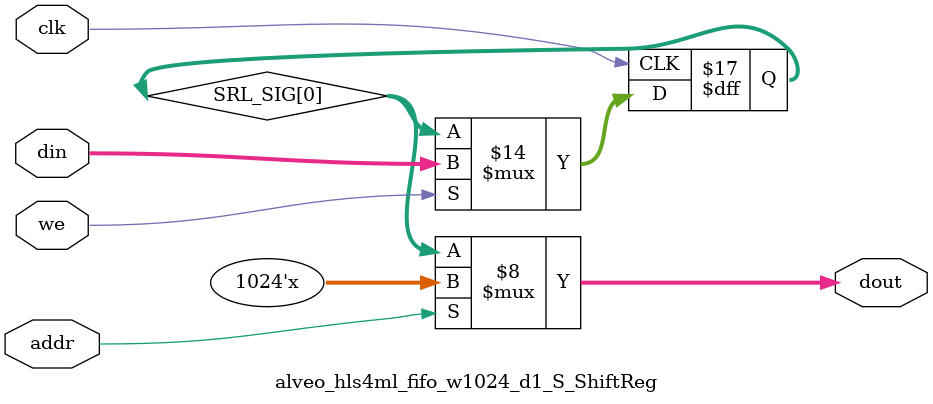
<source format=v>

`timescale 1 ns / 1 ps

module alveo_hls4ml_fifo_w1024_d1_S
#(parameter
    MEM_STYLE   = "shiftReg",
    DATA_WIDTH  = 1024,
    ADDR_WIDTH  = 1,
    DEPTH       = 1)
(
    // system signal
    input  wire                  clk,
    input  wire                  reset,

    // write
    output wire                  if_full_n,
    input  wire                  if_write_ce,
    input  wire                  if_write,
    input  wire [DATA_WIDTH-1:0] if_din,
    
    // read 
    output wire [ADDR_WIDTH:0]   if_num_data_valid, // for FRP
    output wire [ADDR_WIDTH:0]   if_fifo_cap,       // for FRP
    output wire                  if_empty_n,
    input  wire                  if_read_ce,
    input  wire                  if_read,
    output wire [DATA_WIDTH-1:0] if_dout
);
//------------------------Parameter----------------------

//------------------------Local signal-------------------
wire [ADDR_WIDTH-1:0] addr;
wire                  push;
wire                  pop;
reg signed [ADDR_WIDTH:0]   mOutPtr;
reg                   empty_n = 1'b0;
reg                   full_n  = 1'b1;
// with almost full?  no 
//------------------------Instantiation------------------
alveo_hls4ml_fifo_w1024_d1_S_ShiftReg 
#(  .DATA_WIDTH (DATA_WIDTH),
    .ADDR_WIDTH (ADDR_WIDTH),
    .DEPTH      (DEPTH))
U_alveo_hls4ml_fifo_w1024_d1_S_ShiftReg (
    .clk        (clk),
    .we         (push),
    .addr       (addr),
    .din        (if_din),
    .dout       (if_dout)
);
//------------------------Task and function--------------

//------------------------Body---------------------------
// has num_data_valid ? 
assign if_num_data_valid = mOutPtr + 1'b1; // yes
assign if_fifo_cap = DEPTH; // yes 

// has almost full ? 
assign if_full_n  = full_n; //no 
assign if_empty_n = empty_n;

assign push = (if_write & if_write_ce) & full_n;
assign pop  = (if_read & if_read_ce) & empty_n;
assign addr = mOutPtr[ADDR_WIDTH] == 1'b0 ? mOutPtr[ADDR_WIDTH-1:0]:{ADDR_WIDTH{1'b0}};

// full_n
always @(posedge clk ) begin
    if (reset == 1'b1)
        full_n <= 1'b1;
    else if (push & ~pop) begin
        if (mOutPtr == DEPTH - 2)
            full_n <= 1'b0;
    end
    else if (~push & pop)
        full_n <= 1'b1;
end

// almost_full_n 

// empty_n
always @(posedge clk ) begin
    if (reset == 1'b1)
        empty_n <= 1'b0;
    else if (push & ~pop)
        empty_n <= 1'b1;
    else if (~push & pop) begin
        if (mOutPtr == 0)
            empty_n <= 1'b0;
    end
end

// mOutPtr
always @(posedge clk ) begin
    if (reset == 1'b1)
        mOutPtr <= {ADDR_WIDTH+1{1'b1}};
    else if (push & ~pop)
        mOutPtr <= mOutPtr + 1'b1;
    else if (~push & pop)
        mOutPtr <= mOutPtr - 1'b1;
end

endmodule  


module alveo_hls4ml_fifo_w1024_d1_S_ShiftReg
#(parameter
    DATA_WIDTH  = 1024,
    ADDR_WIDTH  = 1,
    DEPTH       = 1)
(
    input  wire                  clk,
    input  wire                  we,
    input  wire [ADDR_WIDTH-1:0] addr,
    input  wire [DATA_WIDTH-1:0] din,
    output wire [DATA_WIDTH-1:0] dout
);

reg [DATA_WIDTH-1:0] SRL_SIG [0:DEPTH-1];
integer i;

always @ (posedge clk) begin
    if (we) begin
        for (i=0; i<DEPTH-1; i=i+1)
            SRL_SIG[i+1] <= SRL_SIG[i];
        SRL_SIG[0] <= din;
    end
end

assign dout = SRL_SIG[addr];

endmodule

</source>
